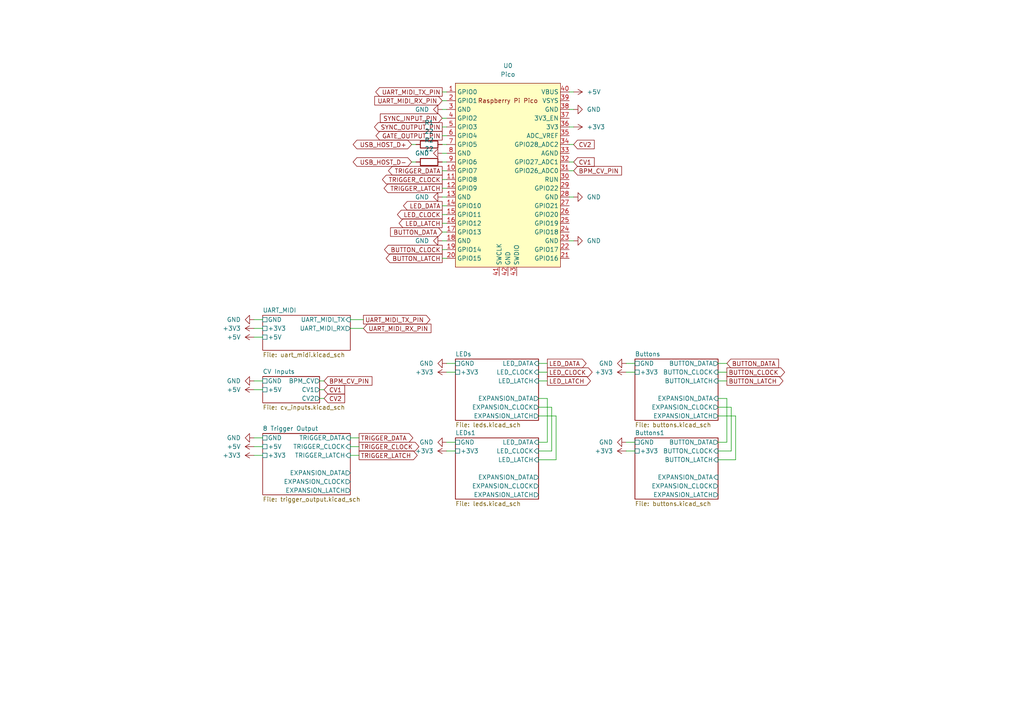
<source format=kicad_sch>
(kicad_sch (version 20211123) (generator eeschema)
  (paper "A4")
  (title_block (title "Sequencer / Main") (date "2022-07-30") (rev "1") (company "Malik Enes SAFAK"))
  (lib_symbols
    (symbol "Device:R" (pin_numbers hide) (pin_names (offset 0))
      (property "Reference" "R" (at 2.032 0 90))
      (property "Value" "R" (at 0 0 90))
      (symbol "R_0_1"
        (rectangle (start -1.016 -2.54) (end 1.016 2.54) (stroke (width 0.254)))
      )
      (symbol "R_1_1"
        (pin passive line (at 0 3.81 270) (length 1.27) (name "~") (number "1"))
        (pin passive line (at 0 -3.81 90) (length 1.27) (name "~") (number "2"))
      )
    )
    (symbol "MCU_RaspberryPi_and_Boards:Pico"
      (property "Reference" "U" (at -13.97 27.94 0))
      (property "Value" "Pico" (at 0 19.05 0))
      (symbol "Pico_0_0"
        (text "Raspberry Pi Pico" (at 0 21.59 0) (effects (font (size 1.27 1.27))))
      )
      (symbol "Pico_0_1"
        (rectangle (start -15.24 26.67) (end 15.24 -26.67) (fill (type background)))
      )
      (symbol "Pico_1_1"
        (pin bidirectional line (at -17.78 24.13 0) (length 2.54) (name "GPIO0") (number "1"))
        (pin bidirectional line (at -17.78 1.27 0) (length 2.54) (name "GPIO7") (number "10"))
        (pin bidirectional line (at -17.78 -1.27 0) (length 2.54) (name "GPIO8") (number "11"))
        (pin bidirectional line (at -17.78 -3.81 0) (length 2.54) (name "GPIO9") (number "12"))
        (pin power_in line (at -17.78 -6.35 0) (length 2.54) (name "GND") (number "13"))
        (pin bidirectional line (at -17.78 -8.89 0) (length 2.54) (name "GPIO10") (number "14"))
        (pin bidirectional line (at -17.78 -11.43 0) (length 2.54) (name "GPIO11") (number "15"))
        (pin bidirectional line (at -17.78 -13.97 0) (length 2.54) (name "GPIO12") (number "16"))
        (pin bidirectional line (at -17.78 -16.51 0) (length 2.54) (name "GPIO13") (number "17"))
        (pin power_in line (at -17.78 -19.05 0) (length 2.54) (name "GND") (number "18"))
        (pin bidirectional line (at -17.78 -21.59 0) (length 2.54) (name "GPIO14") (number "19"))
        (pin bidirectional line (at -17.78 21.59 0) (length 2.54) (name "GPIO1") (number "2"))
        (pin bidirectional line (at -17.78 -24.13 0) (length 2.54) (name "GPIO15") (number "20"))
        (pin bidirectional line (at 17.78 -24.13 180) (length 2.54) (name "GPIO16") (number "21"))
        (pin bidirectional line (at 17.78 -21.59 180) (length 2.54) (name "GPIO17") (number "22"))
        (pin power_in line (at 17.78 -19.05 180) (length 2.54) (name "GND") (number "23"))
        (pin bidirectional line (at 17.78 -16.51 180) (length 2.54) (name "GPIO18") (number "24"))
        (pin bidirectional line (at 17.78 -13.97 180) (length 2.54) (name "GPIO19") (number "25"))
        (pin bidirectional line (at 17.78 -11.43 180) (length 2.54) (name "GPIO20") (number "26"))
        (pin bidirectional line (at 17.78 -8.89 180) (length 2.54) (name "GPIO21") (number "27"))
        (pin power_in line (at 17.78 -6.35 180) (length 2.54) (name "GND") (number "28"))
        (pin bidirectional line (at 17.78 -3.81 180) (length 2.54) (name "GPIO22") (number "29"))
        (pin power_in line (at -17.78 19.05 0) (length 2.54) (name "GND") (number "3"))
        (pin input line (at 17.78 -1.27 180) (length 2.54) (name "RUN") (number "30"))
        (pin bidirectional line (at 17.78 1.27 180) (length 2.54) (name "GPIO26_ADC0") (number "31"))
        (pin bidirectional line (at 17.78 3.81 180) (length 2.54) (name "GPIO27_ADC1") (number "32"))
        (pin power_in line (at 17.78 6.35 180) (length 2.54) (name "AGND") (number "33"))
        (pin bidirectional line (at 17.78 8.89 180) (length 2.54) (name "GPIO28_ADC2") (number "34"))
        (pin power_in line (at 17.78 11.43 180) (length 2.54) (name "ADC_VREF") (number "35"))
        (pin power_in line (at 17.78 13.97 180) (length 2.54) (name "3V3") (number "36"))
        (pin input line (at 17.78 16.51 180) (length 2.54) (name "3V3_EN") (number "37"))
        (pin bidirectional line (at 17.78 19.05 180) (length 2.54) (name "GND") (number "38"))
        (pin power_in line (at 17.78 21.59 180) (length 2.54) (name "VSYS") (number "39"))
        (pin bidirectional line (at -17.78 16.51 0) (length 2.54) (name "GPIO2") (number "4"))
        (pin power_in line (at 17.78 24.13 180) (length 2.54) (name "VBUS") (number "40"))
        (pin input line (at -2.54 -29.21 90) (length 2.54) (name "SWCLK") (number "41"))
        (pin power_in line (at 0 -29.21 90) (length 2.54) (name "GND") (number "42"))
        (pin bidirectional line (at 2.54 -29.21 90) (length 2.54) (name "SWDIO") (number "43"))
        (pin bidirectional line (at -17.78 13.97 0) (length 2.54) (name "GPIO3") (number "5"))
        (pin bidirectional line (at -17.78 11.43 0) (length 2.54) (name "GPIO4") (number "6"))
        (pin bidirectional line (at -17.78 8.89 0) (length 2.54) (name "GPIO5") (number "7"))
        (pin power_in line (at -17.78 6.35 0) (length 2.54) (name "GND") (number "8"))
        (pin bidirectional line (at -17.78 3.81 0) (length 2.54) (name "GPIO6") (number "9"))
      )
    )
    (symbol "power:+3V3" (power) (pin_names (offset 0))
      (property "Value" "+3V3" (at 0 3.556 0))
      (symbol "+3V3_0_1"
        (polyline (pts (xy -0.762 1.27) (xy 0 2.54)))
        (polyline (pts (xy 0 0) (xy 0 2.54)))
        (polyline (pts (xy 0 2.54) (xy 0.762 1.27)))
      )
      (symbol "+3V3_1_1"
        (pin power_in line (at 0 0 90) (length 0) hide (name "+3V3") (number "1"))
      )
    )
    (symbol "power:+5V" (power) (pin_names (offset 0))
      (property "Value" "+5V" (at 0 3.556 0))
      (symbol "+5V_0_1"
        (polyline (pts (xy -0.762 1.27) (xy 0 2.54)))
        (polyline (pts (xy 0 0) (xy 0 2.54)))
        (polyline (pts (xy 0 2.54) (xy 0.762 1.27)))
      )
      (symbol "+5V_1_1"
        (pin power_in line (at 0 0 90) (length 0) hide (name "+5V") (number "1"))
      )
    )
    (symbol "power:GND" (power) (pin_names (offset 0))
      (property "Value" "GND" (at 0 -3.81 0))
      (symbol "GND_0_1"
        (polyline (pts (xy 0 0) (xy 0 -1.27) (xy 1.27 -1.27) (xy 0 -2.54) (xy -1.27 -1.27) (xy 0 -1.27)))
      )
      (symbol "GND_1_1"
        (pin power_in line (at 0 0 270) (length 0) hide (name "GND") (number "1"))
      )
    )
  )
  (wire (pts (xy 128.27 74.93) (xy 129.54 74.93)))
  (wire (pts (xy 156.21 115.57) (xy 158.75 115.57)))
  (wire (pts (xy 181.61 128.27) (xy 184.15 128.27)))
  (wire (pts (xy 73.66 95.25) (xy 76.2 95.25)))
  (wire (pts (xy 73.66 127) (xy 76.2 127)))
  (wire (pts (xy 101.6 127) (xy 104.14 127)))
  (wire (pts (xy 156.21 105.41) (xy 158.75 105.41)))
  (wire (pts (xy 181.61 105.41) (xy 184.15 105.41)))
  (wire (pts (xy 156.21 110.49) (xy 158.75 110.49)))
  (wire (pts (xy 92.71 110.49) (xy 93.98 110.49)))
  (wire (pts (xy 210.82 115.57) (xy 210.82 128.27)))
  (wire (pts (xy 156.21 118.11) (xy 160.02 118.11)))
  (wire (pts (xy 160.02 118.11) (xy 160.02 130.81)))
  (wire (pts (xy 208.28 120.65) (xy 213.36 120.65)))
  (wire (pts (xy 181.61 107.95) (xy 184.15 107.95)))
  (wire (pts (xy 165.1 57.15) (xy 166.37 57.15)))
  (wire (pts (xy 208.28 115.57) (xy 210.82 115.57)))
  (wire (pts (xy 128.27 57.15) (xy 129.54 57.15)))
  (wire (pts (xy 101.6 92.71) (xy 105.41 92.71)))
  (wire (pts (xy 210.82 128.27) (xy 208.28 128.27)))
  (wire (pts (xy 129.54 128.27) (xy 132.08 128.27)))
  (wire (pts (xy 73.66 97.79) (xy 76.2 97.79)))
  (wire (pts (xy 101.6 95.25) (xy 105.41 95.25)))
  (wire (pts (xy 128.27 52.07) (xy 129.54 52.07)))
  (wire (pts (xy 165.1 36.83) (xy 166.37 36.83)))
  (wire (pts (xy 128.27 41.91) (xy 129.54 41.91)))
  (wire (pts (xy 92.71 113.03) (xy 93.98 113.03)))
  (wire (pts (xy 128.27 26.67) (xy 129.54 26.67)))
  (wire (pts (xy 160.02 130.81) (xy 156.21 130.81)))
  (wire (pts (xy 208.28 110.49) (xy 210.82 110.49)))
  (wire (pts (xy 165.1 31.75) (xy 166.37 31.75)))
  (wire (pts (xy 128.27 59.69) (xy 129.54 59.69)))
  (wire (pts (xy 119.38 46.99) (xy 120.65 46.99)))
  (wire (pts (xy 128.27 34.29) (xy 129.54 34.29)))
  (wire (pts (xy 73.66 110.49) (xy 76.2 110.49)))
  (wire (pts (xy 73.66 92.71) (xy 76.2 92.71)))
  (wire (pts (xy 208.28 105.41) (xy 210.82 105.41)))
  (wire (pts (xy 73.66 129.54) (xy 76.2 129.54)))
  (wire (pts (xy 73.66 113.03) (xy 76.2 113.03)))
  (wire (pts (xy 212.09 118.11) (xy 212.09 130.81)))
  (wire (pts (xy 129.54 130.81) (xy 132.08 130.81)))
  (wire (pts (xy 92.71 115.57) (xy 93.98 115.57)))
  (wire (pts (xy 161.29 120.65) (xy 161.29 133.35)))
  (wire (pts (xy 165.1 41.91) (xy 166.37 41.91)))
  (wire (pts (xy 208.28 118.11) (xy 212.09 118.11)))
  (wire (pts (xy 128.27 54.61) (xy 129.54 54.61)))
  (wire (pts (xy 156.21 107.95) (xy 158.75 107.95)))
  (wire (pts (xy 128.27 39.37) (xy 129.54 39.37)))
  (wire (pts (xy 128.27 67.31) (xy 129.54 67.31)))
  (wire (pts (xy 128.27 29.21) (xy 129.54 29.21)))
  (wire (pts (xy 128.27 64.77) (xy 129.54 64.77)))
  (wire (pts (xy 128.27 49.53) (xy 129.54 49.53)))
  (wire (pts (xy 73.66 132.08) (xy 76.2 132.08)))
  (wire (pts (xy 101.6 129.54) (xy 104.14 129.54)))
  (wire (pts (xy 128.27 36.83) (xy 129.54 36.83)))
  (wire (pts (xy 128.27 62.23) (xy 129.54 62.23)))
  (wire (pts (xy 165.1 26.67) (xy 166.37 26.67)))
  (wire (pts (xy 128.27 46.99) (xy 129.54 46.99)))
  (wire (pts (xy 129.54 105.41) (xy 132.08 105.41)))
  (wire (pts (xy 128.27 44.45) (xy 129.54 44.45)))
  (wire (pts (xy 161.29 133.35) (xy 156.21 133.35)))
  (wire (pts (xy 165.1 69.85) (xy 166.37 69.85)))
  (wire (pts (xy 158.75 128.27) (xy 156.21 128.27)))
  (wire (pts (xy 128.27 69.85) (xy 129.54 69.85)))
  (wire (pts (xy 156.21 120.65) (xy 161.29 120.65)))
  (wire (pts (xy 128.27 72.39) (xy 129.54 72.39)))
  (wire (pts (xy 119.38 41.91) (xy 120.65 41.91)))
  (wire (pts (xy 181.61 130.81) (xy 184.15 130.81)))
  (wire (pts (xy 213.36 120.65) (xy 213.36 133.35)))
  (wire (pts (xy 128.27 31.75) (xy 129.54 31.75)))
  (wire (pts (xy 165.1 46.99) (xy 166.37 46.99)))
  (wire (pts (xy 129.54 107.95) (xy 132.08 107.95)))
  (wire (pts (xy 213.36 133.35) (xy 208.28 133.35)))
  (wire (pts (xy 101.6 132.08) (xy 104.14 132.08)))
  (wire (pts (xy 208.28 107.95) (xy 210.82 107.95)))
  (wire (pts (xy 212.09 130.81) (xy 208.28 130.81)))
  (wire (pts (xy 165.1 49.53) (xy 166.37 49.53)))
  (wire (pts (xy 158.75 115.57) (xy 158.75 128.27)))
  (global_label "TRIGGER_DATA" (shape output) (at 104.14 127 0) (property "Intersheet References" "${INTERSHEET_REFS}" (effects hide)))
  (global_label "UART_MIDI_RX_PIN" (shape input) (at 128.27 29.21 180) (property "Intersheet References" "${INTERSHEET_REFS}" (effects hide)))
  (global_label "BUTTON_LATCH" (shape output) (at 128.27 74.93 180) (property "Intersheet References" "${INTERSHEET_REFS}" (effects hide)))
  (global_label "BUTTON_DATA" (shape input) (at 128.27 67.31 180) (property "Intersheet References" "${INTERSHEET_REFS}" (effects hide)))
  (global_label "BUTTON_LATCH" (shape output) (at 210.82 110.49 0) (property "Intersheet References" "${INTERSHEET_REFS}" (effects hide)))
  (global_label "BPM_CV_PIN" (shape input) (at 166.37 49.53 0) (property "Intersheet References" "${INTERSHEET_REFS}" (effects hide)))
  (global_label "BUTTON_DATA" (shape input) (at 210.82 105.41 0) (property "Intersheet References" "${INTERSHEET_REFS}" (effects hide)))
  (global_label "LED_LATCH" (shape output) (at 158.75 110.49 0) (property "Intersheet References" "${INTERSHEET_REFS}" (effects hide)))
  (global_label "UART_MIDI_RX_PIN" (shape input) (at 105.41 95.25 0) (property "Intersheet References" "${INTERSHEET_REFS}" (effects hide)))
  (global_label "UART_MIDI_TX_PIN" (shape output) (at 105.41 92.71 0) (property "Intersheet References" "${INTERSHEET_REFS}" (effects hide)))
  (global_label "CV1" (shape input) (at 93.98 113.03 0) (property "Intersheet References" "${INTERSHEET_REFS}" (effects hide)))
  (global_label "LED_DATA" (shape output) (at 128.27 59.69 180) (property "Intersheet References" "${INTERSHEET_REFS}" (effects hide)))
  (global_label "CV2" (shape input) (at 93.98 115.57 0) (property "Intersheet References" "${INTERSHEET_REFS}" (effects hide)))
  (global_label "CV1" (shape input) (at 166.37 46.99 0) (property "Intersheet References" "${INTERSHEET_REFS}" (effects hide)))
  (global_label "USB_HOST_D-" (shape bidirectional) (at 119.38 46.99 180) (property "Intersheet References" "${INTERSHEET_REFS}" (effects hide)))
  (global_label "LED_CLOCK" (shape output) (at 158.75 107.95 0) (property "Intersheet References" "${INTERSHEET_REFS}" (effects hide)))
  (global_label "TRIGGER_LATCH" (shape output) (at 128.27 54.61 180) (property "Intersheet References" "${INTERSHEET_REFS}" (effects hide)))
  (global_label "TRIGGER_DATA" (shape output) (at 128.27 49.53 180) (property "Intersheet References" "${INTERSHEET_REFS}" (effects hide)))
  (global_label "BUTTON_CLOCK" (shape output) (at 210.82 107.95 0) (property "Intersheet References" "${INTERSHEET_REFS}" (effects hide)))
  (global_label "LED_DATA" (shape output) (at 158.75 105.41 0) (property "Intersheet References" "${INTERSHEET_REFS}" (effects hide)))
  (global_label "SYNC_INPUT_PIN" (shape input) (at 128.27 34.29 180) (property "Intersheet References" "${INTERSHEET_REFS}" (effects hide)))
  (global_label "BUTTON_CLOCK" (shape output) (at 128.27 72.39 180) (property "Intersheet References" "${INTERSHEET_REFS}" (effects hide)))
  (global_label "TRIGGER_LATCH" (shape output) (at 104.14 132.08 0) (property "Intersheet References" "${INTERSHEET_REFS}" (effects hide)))
  (global_label "BPM_CV_PIN" (shape input) (at 93.98 110.49 0) (property "Intersheet References" "${INTERSHEET_REFS}" (effects hide)))
  (global_label "GATE_OUTPUT_PIN" (shape output) (at 128.27 39.37 180) (property "Intersheet References" "${INTERSHEET_REFS}" (effects hide)))
  (global_label "USB_HOST_D+" (shape bidirectional) (at 119.38 41.91 180) (property "Intersheet References" "${INTERSHEET_REFS}" (effects hide)))
  (global_label "LED_LATCH" (shape output) (at 128.27 64.77 180) (property "Intersheet References" "${INTERSHEET_REFS}" (effects hide)))
  (global_label "UART_MIDI_TX_PIN" (shape output) (at 128.27 26.67 180) (property "Intersheet References" "${INTERSHEET_REFS}" (effects hide)))
  (global_label "CV2" (shape input) (at 166.37 41.91 0) (property "Intersheet References" "${INTERSHEET_REFS}" (effects hide)))
  (global_label "TRIGGER_CLOCK" (shape output) (at 128.27 52.07 180) (property "Intersheet References" "${INTERSHEET_REFS}" (effects hide)))
  (global_label "SYNC_OUTPUT_PIN" (shape output) (at 128.27 36.83 180) (property "Intersheet References" "${INTERSHEET_REFS}" (effects hide)))
  (global_label "TRIGGER_CLOCK" (shape output) (at 104.14 129.54 0) (property "Intersheet References" "${INTERSHEET_REFS}" (effects hide)))
  (global_label "LED_CLOCK" (shape output) (at 128.27 62.23 180) (property "Intersheet References" "${INTERSHEET_REFS}" (effects hide)))
  (symbol (lib_id "power:+5V") (at 166.37 26.67 270) (unit 1)
    (property "Reference" "#PWR05" (effects hide))
    (property "Value" "+5V" (at 170.18 26.6699 90) (effects (justify left)))
  )
  (symbol (lib_id "power:+3V3") (at 73.66 95.25 90) (unit 1)
    (property "Reference" "#PWR?" (effects hide))
    (property "Value" "+3V3" (at 69.85 95.2501 90) (effects (justify left)))
  )
  (symbol (lib_id "power:GND") (at 166.37 69.85 90) (unit 1)
    (property "Reference" "#PWR09" (effects hide))
    (property "Value" "GND" (at 170.18 69.8499 90) (effects (justify right)))
  )
  (symbol (lib_id "power:+5V") (at 73.66 129.54 90) (unit 1)
    (property "Reference" "#PWR013" (effects hide))
    (property "Value" "+5V" (at 69.85 129.5401 90) (effects (justify left)))
  )
  (symbol (lib_id "Device:R") (at 124.46 46.99 90) (unit 1)
    (property "Reference" "R2" (at 124.46 40.64 90))
    (property "Value" "22" (at 124.46 43.18 90))
    (property "Footprint" "Resistor_SMD:R_0805_2012Metric_Pad1.20x1.40mm_HandSolder" (effects hide))
  )
  (symbol (lib_id "power:GND") (at 166.37 31.75 90) (unit 1)
    (property "Reference" "#PWR06" (effects hide))
    (property "Value" "GND" (at 170.18 31.7499 90) (effects (justify right)))
  )
  (symbol (lib_id "power:GND") (at 181.61 128.27 270) (unit 1)
    (property "Reference" "#PWR027" (effects hide))
    (property "Value" "GND" (at 177.8 128.2701 90) (effects (justify right)))
  )
  (symbol (lib_id "power:GND") (at 128.27 57.15 270) (unit 1)
    (property "Reference" "#PWR03" (effects hide))
    (property "Value" "GND" (at 124.46 57.1499 90) (effects (justify right)))
  )
  (symbol (lib_id "power:GND") (at 128.27 44.45 270) (unit 1)
    (property "Reference" "#PWR02" (effects hide))
    (property "Value" "GND" (at 124.46 44.45 90) (effects (justify right)))
  )
  (symbol (lib_id "power:+3V3") (at 73.66 132.08 90) (unit 1)
    (property "Reference" "#PWR014" (effects hide))
    (property "Value" "+3V3" (at 69.85 132.0801 90) (effects (justify left)))
  )
  (symbol (lib_id "power:+3V3") (at 166.37 36.83 270) (unit 1)
    (property "Reference" "#PWR07" (effects hide))
    (property "Value" "+3V3" (at 170.18 36.8299 90) (effects (justify left)))
  )
  (symbol (lib_id "power:GND") (at 128.27 31.75 270) (unit 1)
    (property "Reference" "#PWR01" (effects hide))
    (property "Value" "GND" (at 124.46 31.7499 90) (effects (justify right)))
  )
  (symbol (lib_id "Device:R") (at 124.46 41.91 90) (unit 1)
    (property "Reference" "R1" (at 124.46 35.56 90))
    (property "Value" "22" (at 124.46 38.1 90))
    (property "Footprint" "Resistor_SMD:R_0805_2012Metric_Pad1.20x1.40mm_HandSolder" (effects hide))
  )
  (symbol (lib_id "power:+5V") (at 73.66 113.03 90) (unit 1)
    (property "Reference" "#PWR011" (effects hide))
    (property "Value" "+5V" (at 69.85 113.0301 90) (effects (justify left)))
  )
  (symbol (lib_id "power:+3V3") (at 181.61 130.81 90) (unit 1)
    (property "Reference" "#PWR028" (effects hide))
    (property "Value" "+3V3" (at 177.8 130.8101 90) (effects (justify left)))
  )
  (symbol (lib_id "power:GND") (at 128.27 69.85 270) (unit 1)
    (property "Reference" "#PWR04" (effects hide))
    (property "Value" "GND" (at 124.46 69.8499 90) (effects (justify right)))
  )
  (symbol (lib_id "MCU_RaspberryPi_and_Boards:Pico") (at 147.32 50.8 0) (unit 1)
    (property "Reference" "U0" (at 147.32 19.05 0))
    (property "Value" "Pico" (at 147.32 21.59 0))
    (property "Footprint" "RPi_Pico:RPi_Pico_SMD_TH" (effects hide))
  )
  (symbol (lib_id "power:GND") (at 73.66 110.49 270) (unit 1)
    (property "Reference" "#PWR010" (effects hide))
    (property "Value" "GND" (at 69.85 110.4901 90) (effects (justify right)))
  )
  (symbol (lib_id "power:GND") (at 73.66 92.71 270) (unit 1)
    (property "Reference" "#PWR?" (effects hide))
    (property "Value" "GND" (at 69.85 92.7101 90) (effects (justify right)))
  )
  (symbol (lib_id "power:+3V3") (at 181.61 107.95 90) (unit 1)
    (property "Reference" "#PWR026" (effects hide))
    (property "Value" "+3V3" (at 177.8 107.9501 90) (effects (justify left)))
  )
  (symbol (lib_id "power:+3V3") (at 129.54 130.81 90) (unit 1)
    (property "Reference" "#PWR020" (effects hide))
    (property "Value" "+3V3" (at 125.73 130.8101 90) (effects (justify left)))
  )
  (symbol (lib_id "power:GND") (at 73.66 127 270) (unit 1)
    (property "Reference" "#PWR012" (effects hide))
    (property "Value" "GND" (at 69.85 127.0001 90) (effects (justify right)))
  )
  (symbol (lib_id "power:GND") (at 166.37 57.15 90) (unit 1)
    (property "Reference" "#PWR08" (effects hide))
    (property "Value" "GND" (at 170.18 57.1499 90) (effects (justify right)))
  )
  (symbol (lib_id "power:GND") (at 181.61 105.41 270) (unit 1)
    (property "Reference" "#PWR025" (effects hide))
    (property "Value" "GND" (at 177.8 105.4101 90) (effects (justify right)))
  )
  (symbol (lib_id "power:+3V3") (at 129.54 107.95 90) (unit 1)
    (property "Reference" "#PWR018" (effects hide))
    (property "Value" "+3V3" (at 125.73 107.9501 90) (effects (justify left)))
  )
  (symbol (lib_id "power:GND") (at 129.54 105.41 270) (unit 1)
    (property "Reference" "#PWR017" (effects hide))
    (property "Value" "GND" (at 125.73 105.4101 90) (effects (justify right)))
  )
  (symbol (lib_id "power:+5V") (at 73.66 97.79 90) (unit 1)
    (property "Reference" "#PWR?" (effects hide))
    (property "Value" "+5V" (at 69.85 97.7901 90) (effects (justify left)))
  )
  (symbol (lib_id "power:GND") (at 129.54 128.27 270) (unit 1)
    (property "Reference" "#PWR019" (effects hide))
    (property "Value" "GND" (at 125.73 128.2701 90) (effects (justify right)))
  )
  (sheet (at 132.08 104.14) (size 24.13 17.78) (stroke (width 0.1524))
    (property "Sheet name" "LEDs" (at 132.08 103.4284 0) (effects (justify left bottom)))
    (property "Sheet file" "leds.kicad_sch" (at 132.08 122.5046 0) (effects (justify left top)))
    (pin "EXPANSION_DATA" output (at 156.21 115.57 0))
    (pin "GND" passive (at 132.08 105.41 180))
    (pin "+3V3" passive (at 132.08 107.95 180))
    (pin "LED_DATA" input (at 156.21 105.41 0))
    (pin "EXPANSION_LATCH" output (at 156.21 120.65 0))
    (pin "LED_LATCH" input (at 156.21 110.49 0))
    (pin "LED_CLOCK" input (at 156.21 107.95 0))
    (pin "EXPANSION_CLOCK" output (at 156.21 118.11 0))
  )
  (sheet (at 184.15 104.14) (size 24.13 17.78) (stroke (width 0.1524))
    (property "Sheet name" "Buttons" (at 184.15 103.4284 0) (effects (justify left bottom)))
    (property "Sheet file" "buttons.kicad_sch" (at 184.15 122.5046 0) (effects (justify left top)))
    (pin "BUTTON_CLOCK" input (at 208.28 107.95 0))
    (pin "GND" passive (at 184.15 105.41 180))
    (pin "BUTTON_LATCH" input (at 208.28 110.49 0))
    (pin "EXPANSION_CLOCK" output (at 208.28 118.11 0))
    (pin "EXPANSION_LATCH" output (at 208.28 120.65 0))
    (pin "+3V3" passive (at 184.15 107.95 180))
    (pin "EXPANSION_DATA" input (at 208.28 115.57 0))
    (pin "BUTTON_DATA" output (at 208.28 105.41 0))
  )
  (sheet (at 76.2 109.22) (size 16.51 7.62) (stroke (width 0.1524))
    (property "Sheet name" "CV Inputs" (at 76.2 108.5084 0) (effects (justify left bottom)))
    (property "Sheet file" "cv_inputs.kicad_sch" (at 76.2 117.4246 0) (effects (justify left top)))
    (pin "GND" passive (at 76.2 110.49 180))
    (pin "+5V" passive (at 76.2 113.03 180))
    (pin "BPM_CV" output (at 92.71 110.49 0))
    (pin "CV1" output (at 92.71 113.03 0))
    (pin "CV2" output (at 92.71 115.57 0))
  )
  (sheet (at 76.2 91.44) (size 25.4 10.16) (stroke (width 0.1524))
    (property "Sheet name" "UART_MIDI" (at 76.2 90.7284 0) (effects (justify left bottom)))
    (property "Sheet file" "uart_midi.kicad_sch" (at 76.2 102.1846 0) (effects (justify left top)))
    (pin "GND" passive (at 76.2 92.71 180))
    (pin "+3V3" passive (at 76.2 95.25 180))
    (pin "+5V" passive (at 76.2 97.79 180))
    (pin "UART_MIDI_TX" input (at 101.6 92.71 0))
    (pin "UART_MIDI_RX" output (at 101.6 95.25 0))
  )
  (sheet (at 132.08 127) (size 24.13 17.78) (stroke (width 0.1524))
    (property "Sheet name" "LEDs1" (at 132.08 126.2884 0) (effects (justify left bottom)))
    (property "Sheet file" "leds.kicad_sch" (at 132.08 145.3646 0) (effects (justify left top)))
    (pin "EXPANSION_DATA" output (at 156.21 138.43 0))
    (pin "GND" passive (at 132.08 128.27 180))
    (pin "+3V3" passive (at 132.08 130.81 180))
    (pin "LED_DATA" input (at 156.21 128.27 0))
    (pin "EXPANSION_LATCH" output (at 156.21 143.51 0))
    (pin "LED_LATCH" input (at 156.21 133.35 0))
    (pin "LED_CLOCK" input (at 156.21 130.81 0))
    (pin "EXPANSION_CLOCK" output (at 156.21 140.97 0))
  )
  (sheet (at 184.15 127) (size 24.13 17.78) (stroke (width 0.1524))
    (property "Sheet name" "Buttons1" (at 184.15 126.2884 0) (effects (justify left bottom)))
    (property "Sheet file" "buttons.kicad_sch" (at 184.15 145.3646 0) (effects (justify left top)))
    (pin "BUTTON_CLOCK" input (at 208.28 130.81 0))
    (pin "GND" passive (at 184.15 128.27 180))
    (pin "BUTTON_LATCH" input (at 208.28 133.35 0))
    (pin "EXPANSION_CLOCK" output (at 208.28 140.97 0))
    (pin "EXPANSION_LATCH" output (at 208.28 143.51 0))
    (pin "+3V3" passive (at 184.15 130.81 180))
    (pin "EXPANSION_DATA" input (at 208.28 138.43 0))
    (pin "BUTTON_DATA" output (at 208.28 128.27 0))
  )
  (sheet (at 76.2 125.73) (size 25.4 17.78) (stroke (width 0.1524))
    (property "Sheet name" "8 Trigger Output" (at 76.2 125.0184 0) (effects (justify left bottom)))
    (property "Sheet file" "trigger_output.kicad_sch" (at 76.2 144.0946 0) (effects (justify left top)))
    (pin "GND" passive (at 76.2 127 180))
    (pin "+5V" passive (at 76.2 129.54 180))
    (pin "TRIGGER_CLOCK" input (at 101.6 129.54 0))
    (pin "TRIGGER_DATA" input (at 101.6 127 0))
    (pin "EXPANSION_CLOCK" output (at 101.6 139.7 0))
    (pin "EXPANSION_LATCH" output (at 101.6 142.24 0))
    (pin "TRIGGER_LATCH" input (at 101.6 132.08 0))
    (pin "+3V3" passive (at 76.2 132.08 180))
    (pin "EXPANSION_DATA" output (at 101.6 137.16 0))
  )
)
</source>
